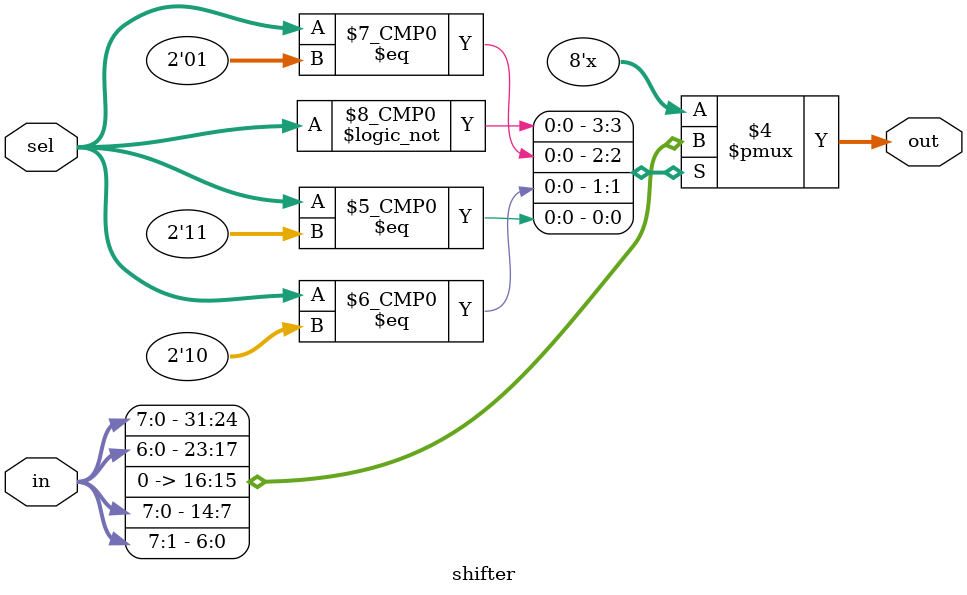
<source format=v>
module testbench ();
reg clk;
reg reset;
wire [7:0] inext,dataoutf,ramin,IR;
wire [5:0] ramaddress;
wire memWr,RFwr;
reg [1:0]succuss;

top cpusim(clk,reset,inext,dataoutf,ramin,IR,ramaddress,memWr,RFwr);

// initialize test
initial
	begin
		succuss <= 2'b00;
		reset <= 1; # 22; reset <= 0;
	end

always
	begin
		clk <= 1;
		 # 5; 
		 clk <= 0;
		 # 5; // clock duration
	end
	
// check results
always @ (negedge RFwr)
	begin
		if (IR[2:0] == 3'b000&&ramin == 8'b00000001)
			begin 
				succuss <= succuss + 1'b1;
				$display ("R[",IR[2:0],"] = ", ramin);
			end
	end
	
	always @ (negedge memWr)
		begin
			if (ramaddress == 6'b001111&&ramin == 8'b00000001)
			begin
				succuss <= succuss + 1'b1;
				$display ("RAM[",ramaddress,"] = ", ramin);
			end
			else if (ramaddress == 6'b010000&&ramin == 8'b00000010)
			begin 
				
				succuss <= succuss + 1'b1;
				$display ("RAM[",ramaddress,"] = ", ramin);
			end
		end
always @(*)
	if (succuss == 2'b11)
		begin
			$display ("Simulation succeeded");
			#50
			$stop;
		end
endmodule

module top(
input clk,
input reset,
input [7:0] inext,
output [7:0] dataoutf,ramin,IR,
output [5:0] ramaddress,
output memWr,RFwr
);
wire [7:0] dataout;//IR,
wire Aeq0,apos,IRload,PCload,MemInst,MRload,Aload,reset1,outen;//,RFwr,memWr
wire [1:0] JMPmux,Shftsel;
wire [2:0] Asel,ALUsel;


assign dataoutf = dataout;

controler conunit(clk,IR,Aeq0,apos,dataout,IRload,JMPmux,PCload,MemInst,
			MRload,memWr,Asel,Aload,reset1,RFwr,ALUsel,Shftsel,outen);
datapath datunit(clk,IRload,JMPmux,PCload,MemInst,MRload,memWr,Asel,Aload,
			reset,RFwr,ALUsel,Shftsel,outen,inext,IR,Aeq0,apos,dataout,ramin,ramaddress);

endmodule
module datapath (
input clk,
input IRload,
input [1:0] JMPmux,
input PCload,MemInst,MRload,memWr,
input [2:0] Asel,
input Aload,reset,RFwr,
input [2:0]ALUsel,
input [1:0] Shftsel,
input outen,
input [7:0] inext,
output [7:0] IR,
output Aeq0,apos,
output [7:0]dataout, //output reg thing);
output [7:0] ramin,
output [5:0] ramaddress
);

wire [7:0] memout,irout,MR2ram,Accin,Accout,shftout,rfout,aluout,regout;
wire [5:0] PCplus1,relnout,relpout,PCout,PCin,RAMaddr;




IRreg insreg(memout,IRload,reset,clk,irout);
IRreg MAreg(memout,MRload,reset,clk,MR2ram);

reln ad(PCout,irout [2:0],relnout);
relp su(PCout,irout [2:0],relpout);
incer plus1(PCout,PCplus1);

mux4 pcmuxin(PCplus1, memout[5:0], relnout,relpout,JMPmux,PCin );
pcreg pc(PCin,PCload,reset,clk,PCout);

pcmux2 pcmuxout(PCout,MR2ram[5:0],MemInst,RAMaddr);

RAM datainst(Accout,RAMaddr,memWr,clk,memout);
regifile regies(Accout,RFwr,irout[2:0],clk,rfout);

mux5 accmux(shftout,rfout,inext,memout,memout,Asel,Accin); //picture shows two inputs from memout
accumulator accu(Accin,Aload,reset,clk,Accout);

assign Aeq0 = ~|Accout;
assign apos = ~ Accout [7];
assign IR = irout;
assign dataout = regout;
assign ramaddress = RAMaddr;
assign ramin = Accout;


alu alumod(Accout,rfout,ALUsel,aluout);
shifter shiftmod(aluout,Shftsel,shftout);

outreg outer(Accout,outen,reset,clk,regout);
endmodule
module controler (
input clk,
input [7:0] IR,
input Aeq0,apos,
input [7:0]dataout,
output IRload,
output [1:0] JMPmux,
output PCload,MemInst,MRload,memWr,
output [2:0] Asel,
output Aload,reset,RFwr,
output [2:0]ALUsel,
output [1:0] Shftsel,
output outen

);
reg [18:0] controls;
assign {IRload,JMPmux,PCload,MemInst,MRload,memWr,Asel,Aload,reset,RFwr,ALUsel,Shftsel,outen} = controls;
reg resetcount,stop;
wire [1:0] cycle;


initial 
	begin
		stop <=0;
		resetcount <=0;
	end
	
count2b counter(clk,resetcount,stop,cycle);

always @ (*)
	begin
		case (cycle)
			2'b00 :	
				begin 
					controls <= 19'b1001000xxx000xxxxx0;
					resetcount <=0;
				end

			2'b01 : 	//2 byte instructions must update pc 
				begin
					casex (IR)
						8'b00010xxx: //LDA
						begin 
							controls <= 19'b0xx0000001100xxxxx0;
							resetcount <=1;
						end 
						
						8'b00100xxx: //STA
						begin 
							controls <= 19'b0xx0000xxx001xxxxx0;
							resetcount <=1;
						end
						8'b00110000: //LDM0
						begin 
							controls <= 19'b0xx0010xxx000xxxxx0;
							resetcount <=0;
						end
						8'b01000000: //STM0
						begin 
							controls <= 19'b0xx0010xxx000xxxxx0;
							resetcount <=0;
						end
						8'b01010000: //LDI
						begin 
							controls <= 19'b0001000100100xxxxx0; 
							resetcount <=1;
						end
						
						// uses alu
						
						8'b10100xxx: //AND
						begin 
							controls <= 19'b0xx0000000100001000;
							resetcount <=1;
						end
						
						8'b10110xxx: //OR
						begin 
							controls <= 19'b0xx0000000100010000;
							resetcount <=1;
						end
						
						8'b11000xxx: //ADD
						begin 
							controls <= 19'b0xx0000000100011000;
							resetcount <=1;
						end
						8'b11010xxx: //SUB
						begin 
							controls <= 19'b0xx0000000100100000;
							resetcount <=1;
						end
						8'b11100000: //NOT
						begin 
							controls <= 19'b0xx0000000100101000;
							resetcount <=1;
						end
						8'b11100001: //INC
						begin 
							controls <= 19'b0xx0000000100110000;
							resetcount <=1;
						end
						8'b11100010: //DEC
						begin 
							controls <= 19'b0xx0000000100111000;
							resetcount <=1;
						end
						8'b11100011: //SHFL
						begin 
							controls <= 19'b0xx0000000100000010;
							resetcount <=1;
						end
						8'b11100100: //SHFR
						begin 
							controls <= 19'b0xx0000000100000100;
							resetcount <=1;
						end
						8'b11100101: //ROTR
						begin 
							controls <= 19'b0xx0000000100000110;
							resetcount <=1;
						end
						
						//j instructions
						
						
						8'b01100000: //JMP
						begin 
							controls <= 19'b0011000xxx000xxxxx0;
							resetcount <=1;
						end
						8'b0110xxxx: //JMPR
						begin 
							if (IR[3])
								controls <= 19'b0101000xxx000xxxxx0;
							else
							begin
								controls <= 19'b0111000xxx000xxxxx0;
								resetcount <=1;
							end
						end
						8'b01110000: //JZ
						begin
						if (Aeq0)
							
							begin 
								controls <= 19'b0011000xxx000xxxxx0;
								resetcount <=1;
							end
						else 
							begin 
								controls <= 19'b0001000xxx000xxxxx0;
								resetcount <=1;
							end
						end
						8'b0111xxxx: //JZR
						begin
						if (Aeq0)
							begin	
							if (IR[3])
								controls <= 19'b0101000xxx000xxxxx0;
							else
							begin
								controls <= 19'b0111000xxx000xxxxx0;
								resetcount <=1;
							end
							end
						else 
							begin 
								controls <= 19'b0001000xxx000xxxxx0;
								resetcount <=1;
							end
						end
						8'b10000000: //JNZ
						begin
						if (!Aeq0)
							begin	
								controls <= 19'b0011000xxx000xxxxx0;
								resetcount <=1;
							end
						else 
							begin 
								controls <= 19'b0001000xxx000xxxxx0;
								resetcount <=1;
							end
						end
						8'b1000xxxx: //JNZR
						begin
						if (!Aeq0)
						begin	
							if (IR[3])
								controls <= 19'b0101000xxx000xxxxx0;
							else
							begin
								controls <= 19'b0111000xxx000xxxxx0;
								resetcount <=1;
							end
						end
						else 
							begin 
								controls <= 19'b0001000xxx000xxxxx0;
								resetcount <=1;
							end
						end
						
						
						8'b10010000: //JP
						begin
						if (apos)
							begin
								controls <= 19'b0011000xxx000xxxxx0;
								resetcount <=1;
							end
						else 
							begin 
								controls <= 19'b0001000xxx000xxxxx0;
								resetcount <=1;
							end
						end
						8'b1001xxxx: //JPR
						begin
						if (apos)
							begin
								controls <= 19'b0xx0000000100000110;
								resetcount <=1;
							end
						else 
							begin 
								controls <= 19'b0001000xxx000xxxxx0;
								resetcount <=1;
							end
						end
						//done so far
						//in/out 
						8'b11110000: //IN 
						begin 
							controls <= 19'b0xx0000010100xxxxx0;
							resetcount <=1;
						end
						8'b11110001: //OUT
						begin 
							controls <= 19'b0xx0000xxx000xxxxx1;
							resetcount <=1;
						end
						8'b11110010: //HALT
						begin 
							controls <= 19'b0xx0000xxx010xxxxx0;
							resetcount <=1;
							stop <=1;
						end
						8'b00000000: //NOP
						begin 
							controls <= 19'b0xx0000xxx000xxxxx0;
							resetcount <=1;
						end
						//default: not needed 
							//begin 
								//controls <= 19'b1001000xxx000xxxxx0;
								//resetcount <=1;
						//	end
					endcase
						
				
				end
				2'b10:
					begin
					
						case (IR)
							8'b00110000: //LDM1
							begin 
								controls <= 19'b0001100011100xxxxx0;
								resetcount <=1;
							end
							8'b01000000: //STM1
							begin 
								controls <= 19'b0001101xxx000xxxxx0;
								resetcount <=1;
							end
							
							
						endcase
					end
			endcase
	end
		
endmodule
module accumulator (D,Wr,clear,clk,q);
input [7:0] D;
input Wr,clear,clk;
output reg [7:0] q;

always @ (posedge clk , posedge clear) 
	begin
		if (clear) 
			q <= 0;
		else if(Wr) 
			q<=D;
		else 
			q<=q;
	end
endmodule
module alu (a,b,sel,y);
input [7:0] a,b;
input [2:0] sel;
output reg [7:0] y;

always @ (*)
	begin 
		case(sel)
			3'b000:
				begin 
					y=a; //pass though 
				end
			3'b001:
				begin
					y= a & b;
				end
			3'b010:
				begin
					y= a | b;
				end
			3'b011:
				begin
					y= a + b;
				end
			3'b100:
				begin
					y= a - b;
				end
			3'b101:
				begin
					y= ~a; // bitwise invert 
				end
			3'b110:
				begin
					y = a + 1'b1; // inc
				end
			3'b111:
				begin
					y = a - 1'b1; // dec
				end
			endcase
	end
endmodule
module count2b (clk,reset,stop,cycle);
input clk,reset,stop;
output reg [1:0]cycle;
initial 
	cycle <=00;
always @ (posedge clk)
	begin	
	if (!stop)
		begin
			if (reset)
				cycle <= 2'b00;
			else
				cycle <= cycle + 2'b01;
		end
	end
endmodule 
module incer (in,out);
input [5:0] in;
output [5:0] out;
assign out = in + 1'b1;
endmodule 
module IRreg(D,load,clear,clk,Out);
input [7:0] D;
input load,clear,clk;
output reg [7:0] Out;
initial 
	Out <= 8'b00000000;

always @ (posedge clk, posedge clear)
	begin
		if (clear)
			Out <= 8'b00000000;
		else if(load)
			Out <= D;
		else	
			Out <= Out;
	end
endmodule
		
module mux4 (a,b,c,d,sel,y);
input [1:0] sel;
input [5:0] a,b,c,d;
output reg [5:0] y;

	always @ (*)	
		begin
			case (sel)
				2'b00:	begin
					y=a;
						end
				2'b01:	begin
					y=b;
						end
				2'b10:	begin
					y=c;
						end
				2'b11:	begin
					y=d;
						end
			endcase	
		end
endmodule
module mux5 (a,b,c,d,e,sel,y);
input [2:0] sel;
input [7:0] a,b,c,d,e;
output reg [7:0] y;

	always @ (*)	
		begin
			case (sel)
				3'b000:	begin
					y<=a;
						end
				3'b001:	begin
					y<=b;
						end
				3'b010:	begin
					y<=c;
						end
				3'b011:	begin
					y<=d;
						end
				3'b100:	begin
					y<=e;
						end
			endcase	
		end
endmodule
module outreg ( D,Wr,clear,clk,qr);
input [7:0] D;
input Wr,clear,clk;
output reg [7:0] qr;
reg [7:0] q;

always @ (posedge clk , posedge clear) begin
if (clear) q = 8'b00000000;
else q<=D;
end
always @ (*) begin
if (Wr)
	qr = q;
else 
	qr = 8'bzzzzzzzz;
end
endmodule
module pcmux2 (a,b,sel,out);
input [5:0] a,b;
input sel;
output reg [5:0] out;

	always @ (*)	
		begin
			case (sel)
				1'b0:	begin
					out=a;
						end
				1'b1:	begin
					out=b;
						end
	
			endcase	
		end
endmodule

module pcreg (D,Load,Clear,clk,out);
input [5:0] D;
input Load,Clear,clk;
output reg [5:0] out;
initial 
	out <= 6'b0;

always @ (posedge clk , posedge Clear) begin
if (Clear) out <= 0;
else if(Load) out <=D;
else out<=out;
end

endmodule
module RAM (D,addr,WE,clk,Q); //instructions stored here
input [7:0] D;
input [5:0] addr;
input WE,clk;
output [7:0] Q;

reg [7:0] MEM [63:0];

initial
	begin
	$readmemb ("memfile.dat",MEM);
	end

assign Q = MEM [addr];
always @ (negedge clk)
	if (WE)
		MEM [addr] <= D;
endmodule
module regifile (D,WE,WA,clk,out);
input [7:0] D;
input WE,clk;
input [2:0] WA;
output [7:0] out;
reg [7:0] regmem [7:0];
assign out = regmem [WA];
always @ (posedge clk)
if (WE)
	regmem[WA] <= D;
endmodule
module reln(a,b,y);
input [5:0] a;
input [2:0] b;
output [5:0] y;
assign y = a - b;
endmodule

module relp(a,b,y);
input [5:0] a;
input [2:0] b;
output [5:0] y;
assign y = a + b;
endmodule
module shifter (in,sel,out);
input [7:0] in;
input [1:0] sel;
output reg [7:0] out;

always @ (*) begin
	case (sel)
		2'b00: //pass though 
			begin 
				out = in;
			end
		2'b01: //SHFL
			begin 
				out = in << 1'b1;
			end
		2'b10: //SHFR 
			begin 
				out = in >> 1'b1;
			end
		2'b11: //Rotr 
			begin 
				out = {in[0], in[7:1]};
			end
	endcase
end
endmodule

</source>
